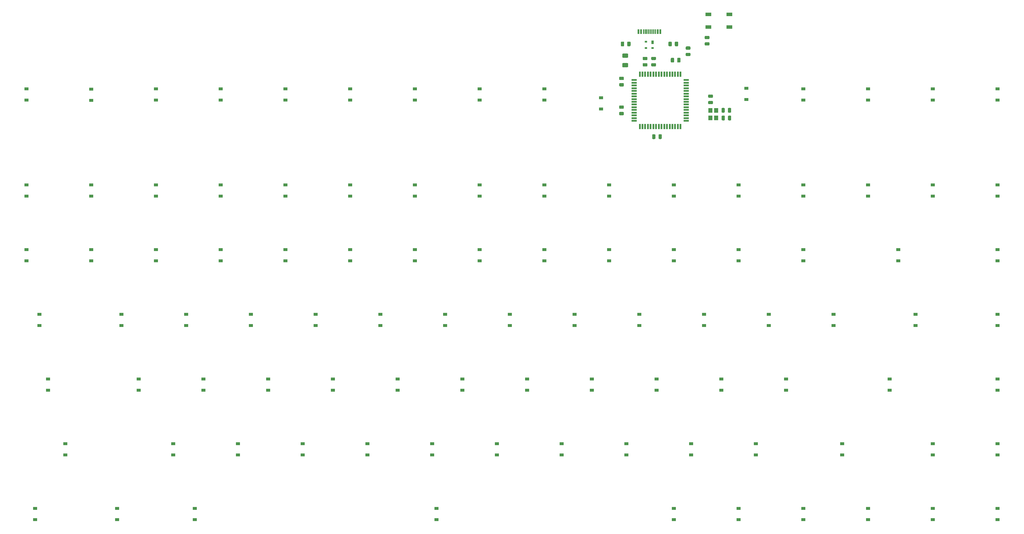
<source format=gbp>
G04 #@! TF.GenerationSoftware,KiCad,Pcbnew,(5.1.9-0-10_14)*
G04 #@! TF.CreationDate,2021-04-15T17:38:18+09:00*
G04 #@! TF.ProjectId,JupiterAdvanced,4a757069-7465-4724-9164-76616e636564,1*
G04 #@! TF.SameCoordinates,Original*
G04 #@! TF.FileFunction,Paste,Bot*
G04 #@! TF.FilePolarity,Positive*
%FSLAX46Y46*%
G04 Gerber Fmt 4.6, Leading zero omitted, Abs format (unit mm)*
G04 Created by KiCad (PCBNEW (5.1.9-0-10_14)) date 2021-04-15 17:38:18*
%MOMM*%
%LPD*%
G01*
G04 APERTURE LIST*
%ADD10R,1.200000X1.400000*%
%ADD11R,0.600000X1.450000*%
%ADD12R,0.300000X1.450000*%
%ADD13R,1.500000X0.550000*%
%ADD14R,0.550000X1.500000*%
%ADD15R,0.700000X0.600000*%
%ADD16R,0.700000X1.000000*%
%ADD17R,1.800000X1.100000*%
%ADD18R,1.200000X0.900000*%
G04 APERTURE END LIST*
G36*
G01*
X261753670Y-98633580D02*
X260841170Y-98633580D01*
G75*
G02*
X260597420Y-98389830I0J243750D01*
G01*
X260597420Y-97902330D01*
G75*
G02*
X260841170Y-97658580I243750J0D01*
G01*
X261753670Y-97658580D01*
G75*
G02*
X261997420Y-97902330I0J-243750D01*
G01*
X261997420Y-98389830D01*
G75*
G02*
X261753670Y-98633580I-243750J0D01*
G01*
G37*
G36*
G01*
X261753670Y-96758580D02*
X260841170Y-96758580D01*
G75*
G02*
X260597420Y-96514830I0J243750D01*
G01*
X260597420Y-96027330D01*
G75*
G02*
X260841170Y-95783580I243750J0D01*
G01*
X261753670Y-95783580D01*
G75*
G02*
X261997420Y-96027330I0J-243750D01*
G01*
X261997420Y-96514830D01*
G75*
G02*
X261753670Y-96758580I-243750J0D01*
G01*
G37*
G36*
G01*
X264273350Y-98633580D02*
X263360850Y-98633580D01*
G75*
G02*
X263117100Y-98389830I0J243750D01*
G01*
X263117100Y-97902330D01*
G75*
G02*
X263360850Y-97658580I243750J0D01*
G01*
X264273350Y-97658580D01*
G75*
G02*
X264517100Y-97902330I0J-243750D01*
G01*
X264517100Y-98389830D01*
G75*
G02*
X264273350Y-98633580I-243750J0D01*
G01*
G37*
G36*
G01*
X264273350Y-96758580D02*
X263360850Y-96758580D01*
G75*
G02*
X263117100Y-96514830I0J243750D01*
G01*
X263117100Y-96027330D01*
G75*
G02*
X263360850Y-95783580I243750J0D01*
G01*
X264273350Y-95783580D01*
G75*
G02*
X264517100Y-96027330I0J-243750D01*
G01*
X264517100Y-96514830D01*
G75*
G02*
X264273350Y-96758580I-243750J0D01*
G01*
G37*
D10*
X282199100Y-113759520D03*
X282199100Y-111559520D03*
X280499100Y-111559520D03*
X280499100Y-113759520D03*
D11*
X265825240Y-88390980D03*
X259375240Y-88390980D03*
X265050240Y-88390980D03*
X260150240Y-88390980D03*
D12*
X260850240Y-88390980D03*
X264350240Y-88390980D03*
X261350240Y-88390980D03*
X263850240Y-88390980D03*
X261850240Y-88390980D03*
X263350240Y-88390980D03*
X262850240Y-88390980D03*
X262350240Y-88390980D03*
D13*
X258045320Y-102631820D03*
X258045320Y-103431820D03*
X258045320Y-104231820D03*
X258045320Y-105031820D03*
X258045320Y-105831820D03*
X258045320Y-106631820D03*
X258045320Y-107431820D03*
X258045320Y-108231820D03*
X258045320Y-109031820D03*
X258045320Y-109831820D03*
X258045320Y-110631820D03*
X258045320Y-111431820D03*
X258045320Y-112231820D03*
X258045320Y-113031820D03*
X258045320Y-113831820D03*
X258045320Y-114631820D03*
D14*
X259745320Y-116331820D03*
X260545320Y-116331820D03*
X261345320Y-116331820D03*
X262145320Y-116331820D03*
X262945320Y-116331820D03*
X263745320Y-116331820D03*
X264545320Y-116331820D03*
X265345320Y-116331820D03*
X266145320Y-116331820D03*
X266945320Y-116331820D03*
X267745320Y-116331820D03*
X268545320Y-116331820D03*
X269345320Y-116331820D03*
X270145320Y-116331820D03*
X270945320Y-116331820D03*
X271745320Y-116331820D03*
D13*
X273445320Y-114631820D03*
X273445320Y-113831820D03*
X273445320Y-113031820D03*
X273445320Y-112231820D03*
X273445320Y-111431820D03*
X273445320Y-110631820D03*
X273445320Y-109831820D03*
X273445320Y-109031820D03*
X273445320Y-108231820D03*
X273445320Y-107431820D03*
X273445320Y-106631820D03*
X273445320Y-105831820D03*
X273445320Y-105031820D03*
X273445320Y-104231820D03*
X273445320Y-103431820D03*
X273445320Y-102631820D03*
D14*
X271745320Y-100931820D03*
X270945320Y-100931820D03*
X270145320Y-100931820D03*
X269345320Y-100931820D03*
X268545320Y-100931820D03*
X267745320Y-100931820D03*
X266945320Y-100931820D03*
X266145320Y-100931820D03*
X265345320Y-100931820D03*
X264545320Y-100931820D03*
X263745320Y-100931820D03*
X262945320Y-100931820D03*
X262145320Y-100931820D03*
X261345320Y-100931820D03*
X260545320Y-100931820D03*
X259745320Y-100931820D03*
D15*
X261531860Y-93205340D03*
X263531860Y-93205340D03*
X261531860Y-91305340D03*
D16*
X263531860Y-91505340D03*
D17*
X286101720Y-87023820D03*
X279901720Y-83323820D03*
X286101720Y-83323820D03*
X279901720Y-87023820D03*
G36*
G01*
X279103770Y-91493520D02*
X280016270Y-91493520D01*
G75*
G02*
X280260020Y-91737270I0J-243750D01*
G01*
X280260020Y-92224770D01*
G75*
G02*
X280016270Y-92468520I-243750J0D01*
G01*
X279103770Y-92468520D01*
G75*
G02*
X278860020Y-92224770I0J243750D01*
G01*
X278860020Y-91737270D01*
G75*
G02*
X279103770Y-91493520I243750J0D01*
G01*
G37*
G36*
G01*
X279103770Y-89618520D02*
X280016270Y-89618520D01*
G75*
G02*
X280260020Y-89862270I0J-243750D01*
G01*
X280260020Y-90349770D01*
G75*
G02*
X280016270Y-90593520I-243750J0D01*
G01*
X279103770Y-90593520D01*
G75*
G02*
X278860020Y-90349770I0J243750D01*
G01*
X278860020Y-89862270D01*
G75*
G02*
X279103770Y-89618520I243750J0D01*
G01*
G37*
G36*
G01*
X265263020Y-119754970D02*
X265263020Y-118842470D01*
G75*
G02*
X265506770Y-118598720I243750J0D01*
G01*
X265994270Y-118598720D01*
G75*
G02*
X266238020Y-118842470I0J-243750D01*
G01*
X266238020Y-119754970D01*
G75*
G02*
X265994270Y-119998720I-243750J0D01*
G01*
X265506770Y-119998720D01*
G75*
G02*
X265263020Y-119754970I0J243750D01*
G01*
G37*
G36*
G01*
X263388020Y-119754970D02*
X263388020Y-118842470D01*
G75*
G02*
X263631770Y-118598720I243750J0D01*
G01*
X264119270Y-118598720D01*
G75*
G02*
X264363020Y-118842470I0J-243750D01*
G01*
X264363020Y-119754970D01*
G75*
G02*
X264119270Y-119998720I-243750J0D01*
G01*
X263631770Y-119998720D01*
G75*
G02*
X263388020Y-119754970I0J243750D01*
G01*
G37*
G36*
G01*
X255160120Y-91550170D02*
X255160120Y-92462670D01*
G75*
G02*
X254916370Y-92706420I-243750J0D01*
G01*
X254428870Y-92706420D01*
G75*
G02*
X254185120Y-92462670I0J243750D01*
G01*
X254185120Y-91550170D01*
G75*
G02*
X254428870Y-91306420I243750J0D01*
G01*
X254916370Y-91306420D01*
G75*
G02*
X255160120Y-91550170I0J-243750D01*
G01*
G37*
G36*
G01*
X257035120Y-91550170D02*
X257035120Y-92462670D01*
G75*
G02*
X256791370Y-92706420I-243750J0D01*
G01*
X256303870Y-92706420D01*
G75*
G02*
X256060120Y-92462670I0J243750D01*
G01*
X256060120Y-91550170D01*
G75*
G02*
X256303870Y-91306420I243750J0D01*
G01*
X256791370Y-91306420D01*
G75*
G02*
X257035120Y-91550170I0J-243750D01*
G01*
G37*
G36*
G01*
X270063620Y-92462670D02*
X270063620Y-91550170D01*
G75*
G02*
X270307370Y-91306420I243750J0D01*
G01*
X270794870Y-91306420D01*
G75*
G02*
X271038620Y-91550170I0J-243750D01*
G01*
X271038620Y-92462670D01*
G75*
G02*
X270794870Y-92706420I-243750J0D01*
G01*
X270307370Y-92706420D01*
G75*
G02*
X270063620Y-92462670I0J243750D01*
G01*
G37*
G36*
G01*
X268188620Y-92462670D02*
X268188620Y-91550170D01*
G75*
G02*
X268432370Y-91306420I243750J0D01*
G01*
X268919870Y-91306420D01*
G75*
G02*
X269163620Y-91550170I0J-243750D01*
G01*
X269163620Y-92462670D01*
G75*
G02*
X268919870Y-92706420I-243750J0D01*
G01*
X268432370Y-92706420D01*
G75*
G02*
X268188620Y-92462670I0J243750D01*
G01*
G37*
G36*
G01*
X256080420Y-96070120D02*
X254830420Y-96070120D01*
G75*
G02*
X254580420Y-95820120I0J250000D01*
G01*
X254580420Y-95070120D01*
G75*
G02*
X254830420Y-94820120I250000J0D01*
G01*
X256080420Y-94820120D01*
G75*
G02*
X256330420Y-95070120I0J-250000D01*
G01*
X256330420Y-95820120D01*
G75*
G02*
X256080420Y-96070120I-250000J0D01*
G01*
G37*
G36*
G01*
X256080420Y-98870120D02*
X254830420Y-98870120D01*
G75*
G02*
X254580420Y-98620120I0J250000D01*
G01*
X254580420Y-97870120D01*
G75*
G02*
X254830420Y-97620120I250000J0D01*
G01*
X256080420Y-97620120D01*
G75*
G02*
X256330420Y-97870120I0J-250000D01*
G01*
X256330420Y-98620120D01*
G75*
G02*
X256080420Y-98870120I-250000J0D01*
G01*
G37*
D18*
X365007120Y-228791620D03*
X365007120Y-232091620D03*
X365007120Y-209741620D03*
X365007120Y-213041620D03*
X365007120Y-190691620D03*
X365007120Y-193991620D03*
X365007120Y-171641620D03*
X365007120Y-174941620D03*
X365007120Y-152591620D03*
X365007120Y-155891620D03*
X365007120Y-133541620D03*
X365007120Y-136841620D03*
X365032520Y-105244820D03*
X365032520Y-108544820D03*
X345957120Y-228791620D03*
X345957120Y-232091620D03*
X345957120Y-209741620D03*
X345957120Y-213041620D03*
X340877120Y-171641620D03*
X340877120Y-174941620D03*
X335797120Y-152591620D03*
X335797120Y-155891620D03*
X345957120Y-133541620D03*
X345957120Y-136841620D03*
X345982520Y-105244820D03*
X345982520Y-108544820D03*
X326907120Y-228791620D03*
X326907120Y-232091620D03*
X319287120Y-209741620D03*
X319287120Y-213041620D03*
X333257120Y-190691620D03*
X333257120Y-193991620D03*
X316747120Y-171641620D03*
X316747120Y-174941620D03*
X326907120Y-133541620D03*
X326907120Y-136841620D03*
X326932520Y-105244820D03*
X326932520Y-108544820D03*
X307857120Y-228791620D03*
X307857120Y-232091620D03*
X302777120Y-190691620D03*
X302777120Y-193991620D03*
X297697120Y-171641620D03*
X297697120Y-174941620D03*
X307857120Y-152591620D03*
X307857120Y-155891620D03*
X307857120Y-133541620D03*
X307857120Y-136841620D03*
X307882520Y-105244820D03*
X307882520Y-108544820D03*
X288807120Y-228791620D03*
X288807120Y-232091620D03*
X293887120Y-209741620D03*
X293887120Y-213041620D03*
X283727120Y-190691620D03*
X283727120Y-193991620D03*
X278647120Y-171641620D03*
X278647120Y-174941620D03*
X288807120Y-152591620D03*
X288807120Y-155891620D03*
X288807120Y-133541620D03*
X288807120Y-136841620D03*
X291085020Y-105063020D03*
X291085020Y-108363020D03*
X269757120Y-228791620D03*
X269757120Y-232091620D03*
X274837120Y-209741620D03*
X274837120Y-213041620D03*
X264677120Y-190691620D03*
X264677120Y-193991620D03*
X259597120Y-171641620D03*
X259597120Y-174941620D03*
X269757120Y-152591620D03*
X269757120Y-155891620D03*
X269757120Y-133541620D03*
X269757120Y-136841620D03*
X255787120Y-209741620D03*
X255787120Y-213041620D03*
X245627120Y-190691620D03*
X245627120Y-193991620D03*
X240547120Y-171641620D03*
X240547120Y-174941620D03*
X250707120Y-152591620D03*
X250707120Y-155891620D03*
X250707120Y-133541620D03*
X250707120Y-136841620D03*
X248330720Y-107847860D03*
X248330720Y-111147860D03*
X236737120Y-209741620D03*
X236737120Y-213041620D03*
X226577120Y-190691620D03*
X226577120Y-193991620D03*
X221497120Y-171641620D03*
X221497120Y-174941620D03*
X231657120Y-152591620D03*
X231657120Y-155891620D03*
X231657120Y-133541620D03*
X231657120Y-136841620D03*
X231682520Y-105244820D03*
X231682520Y-108544820D03*
X217687120Y-209741620D03*
X217687120Y-213041620D03*
X207527120Y-190691620D03*
X207527120Y-193991620D03*
X202447120Y-171641620D03*
X202447120Y-174941620D03*
X212607120Y-152591620D03*
X212607120Y-155891620D03*
X212607120Y-133541620D03*
X212607120Y-136841620D03*
X212632520Y-105244820D03*
X212632520Y-108544820D03*
X199907120Y-228791620D03*
X199907120Y-232091620D03*
X198637120Y-209741620D03*
X198637120Y-213041620D03*
X188477120Y-190691620D03*
X188477120Y-193991620D03*
X183397120Y-171641620D03*
X183397120Y-174941620D03*
X193557120Y-152591620D03*
X193557120Y-155891620D03*
X193557120Y-133541620D03*
X193557120Y-136841620D03*
X193582520Y-105244820D03*
X193582520Y-108544820D03*
X179587120Y-209741620D03*
X179587120Y-213041620D03*
X169427120Y-190691620D03*
X169427120Y-193991620D03*
X164347120Y-171641620D03*
X164347120Y-174941620D03*
X174507120Y-152591620D03*
X174507120Y-155891620D03*
X174507120Y-133541620D03*
X174507120Y-136841620D03*
X174532520Y-105244820D03*
X174532520Y-108544820D03*
X160537120Y-209741620D03*
X160537120Y-213041620D03*
X150377120Y-190691620D03*
X150377120Y-193991620D03*
X145297120Y-171641620D03*
X145297120Y-174941620D03*
X155457120Y-152591620D03*
X155457120Y-155891620D03*
X155457120Y-133541620D03*
X155457120Y-136841620D03*
X155482520Y-105244820D03*
X155482520Y-108544820D03*
X128787120Y-228791620D03*
X128787120Y-232091620D03*
X141487120Y-209741620D03*
X141487120Y-213041620D03*
X131327120Y-190691620D03*
X131327120Y-193991620D03*
X126247120Y-171641620D03*
X126247120Y-174941620D03*
X136407120Y-152591620D03*
X136407120Y-155891620D03*
X136407120Y-133541620D03*
X136407120Y-136841620D03*
X136432520Y-105244820D03*
X136432520Y-108544820D03*
X122437120Y-209741620D03*
X122437120Y-213041620D03*
X112277120Y-190691620D03*
X112277120Y-193991620D03*
X107197120Y-171641620D03*
X107197120Y-174941620D03*
X117357120Y-152591620D03*
X117357120Y-155891620D03*
X117357120Y-133541620D03*
X117357120Y-136841620D03*
X117382520Y-105244820D03*
X117382520Y-108544820D03*
X105927120Y-228791620D03*
X105927120Y-232091620D03*
X90687120Y-209741620D03*
X90687120Y-213041620D03*
X98307120Y-152591620D03*
X98307120Y-155891620D03*
X98307120Y-133541620D03*
X98307120Y-136841620D03*
X98281720Y-105270220D03*
X98281720Y-108570220D03*
X81797120Y-228791620D03*
X81797120Y-232091620D03*
X85607120Y-190691620D03*
X85607120Y-193991620D03*
X83067120Y-171641620D03*
X83067120Y-174941620D03*
X79257120Y-152591620D03*
X79257120Y-155891620D03*
X79257120Y-133541620D03*
X79257120Y-136841620D03*
X79282520Y-105244820D03*
X79282520Y-108544820D03*
G36*
G01*
X273503070Y-94605020D02*
X274415570Y-94605020D01*
G75*
G02*
X274659320Y-94848770I0J-243750D01*
G01*
X274659320Y-95336270D01*
G75*
G02*
X274415570Y-95580020I-243750J0D01*
G01*
X273503070Y-95580020D01*
G75*
G02*
X273259320Y-95336270I0J243750D01*
G01*
X273259320Y-94848770D01*
G75*
G02*
X273503070Y-94605020I243750J0D01*
G01*
G37*
G36*
G01*
X273503070Y-92730020D02*
X274415570Y-92730020D01*
G75*
G02*
X274659320Y-92973770I0J-243750D01*
G01*
X274659320Y-93461270D01*
G75*
G02*
X274415570Y-93705020I-243750J0D01*
G01*
X273503070Y-93705020D01*
G75*
G02*
X273259320Y-93461270I0J243750D01*
G01*
X273259320Y-92973770D01*
G75*
G02*
X273503070Y-92730020I243750J0D01*
G01*
G37*
G36*
G01*
X285661520Y-111982570D02*
X285661520Y-111070070D01*
G75*
G02*
X285905270Y-110826320I243750J0D01*
G01*
X286392770Y-110826320D01*
G75*
G02*
X286636520Y-111070070I0J-243750D01*
G01*
X286636520Y-111982570D01*
G75*
G02*
X286392770Y-112226320I-243750J0D01*
G01*
X285905270Y-112226320D01*
G75*
G02*
X285661520Y-111982570I0J243750D01*
G01*
G37*
G36*
G01*
X283786520Y-111982570D02*
X283786520Y-111070070D01*
G75*
G02*
X284030270Y-110826320I243750J0D01*
G01*
X284517770Y-110826320D01*
G75*
G02*
X284761520Y-111070070I0J-243750D01*
G01*
X284761520Y-111982570D01*
G75*
G02*
X284517770Y-112226320I-243750J0D01*
G01*
X284030270Y-112226320D01*
G75*
G02*
X283786520Y-111982570I0J243750D01*
G01*
G37*
G36*
G01*
X285686920Y-114255870D02*
X285686920Y-113343370D01*
G75*
G02*
X285930670Y-113099620I243750J0D01*
G01*
X286418170Y-113099620D01*
G75*
G02*
X286661920Y-113343370I0J-243750D01*
G01*
X286661920Y-114255870D01*
G75*
G02*
X286418170Y-114499620I-243750J0D01*
G01*
X285930670Y-114499620D01*
G75*
G02*
X285686920Y-114255870I0J243750D01*
G01*
G37*
G36*
G01*
X283811920Y-114255870D02*
X283811920Y-113343370D01*
G75*
G02*
X284055670Y-113099620I243750J0D01*
G01*
X284543170Y-113099620D01*
G75*
G02*
X284786920Y-113343370I0J-243750D01*
G01*
X284786920Y-114255870D01*
G75*
G02*
X284543170Y-114499620I-243750J0D01*
G01*
X284055670Y-114499620D01*
G75*
G02*
X283811920Y-114255870I0J243750D01*
G01*
G37*
G36*
G01*
X253919670Y-103533120D02*
X254832170Y-103533120D01*
G75*
G02*
X255075920Y-103776870I0J-243750D01*
G01*
X255075920Y-104264370D01*
G75*
G02*
X254832170Y-104508120I-243750J0D01*
G01*
X253919670Y-104508120D01*
G75*
G02*
X253675920Y-104264370I0J243750D01*
G01*
X253675920Y-103776870D01*
G75*
G02*
X253919670Y-103533120I243750J0D01*
G01*
G37*
G36*
G01*
X253919670Y-101658120D02*
X254832170Y-101658120D01*
G75*
G02*
X255075920Y-101901870I0J-243750D01*
G01*
X255075920Y-102389370D01*
G75*
G02*
X254832170Y-102633120I-243750J0D01*
G01*
X253919670Y-102633120D01*
G75*
G02*
X253675920Y-102389370I0J243750D01*
G01*
X253675920Y-101901870D01*
G75*
G02*
X253919670Y-101658120I243750J0D01*
G01*
G37*
G36*
G01*
X270751720Y-97225170D02*
X270751720Y-96312670D01*
G75*
G02*
X270995470Y-96068920I243750J0D01*
G01*
X271482970Y-96068920D01*
G75*
G02*
X271726720Y-96312670I0J-243750D01*
G01*
X271726720Y-97225170D01*
G75*
G02*
X271482970Y-97468920I-243750J0D01*
G01*
X270995470Y-97468920D01*
G75*
G02*
X270751720Y-97225170I0J243750D01*
G01*
G37*
G36*
G01*
X268876720Y-97225170D02*
X268876720Y-96312670D01*
G75*
G02*
X269120470Y-96068920I243750J0D01*
G01*
X269607970Y-96068920D01*
G75*
G02*
X269851720Y-96312670I0J-243750D01*
G01*
X269851720Y-97225170D01*
G75*
G02*
X269607970Y-97468920I-243750J0D01*
G01*
X269120470Y-97468920D01*
G75*
G02*
X268876720Y-97225170I0J243750D01*
G01*
G37*
G36*
G01*
X280119770Y-108763220D02*
X281032270Y-108763220D01*
G75*
G02*
X281276020Y-109006970I0J-243750D01*
G01*
X281276020Y-109494470D01*
G75*
G02*
X281032270Y-109738220I-243750J0D01*
G01*
X280119770Y-109738220D01*
G75*
G02*
X279876020Y-109494470I0J243750D01*
G01*
X279876020Y-109006970D01*
G75*
G02*
X280119770Y-108763220I243750J0D01*
G01*
G37*
G36*
G01*
X280119770Y-106888220D02*
X281032270Y-106888220D01*
G75*
G02*
X281276020Y-107131970I0J-243750D01*
G01*
X281276020Y-107619470D01*
G75*
G02*
X281032270Y-107863220I-243750J0D01*
G01*
X280119770Y-107863220D01*
G75*
G02*
X279876020Y-107619470I0J243750D01*
G01*
X279876020Y-107131970D01*
G75*
G02*
X280119770Y-106888220I243750J0D01*
G01*
G37*
G36*
G01*
X254819470Y-111099420D02*
X253906970Y-111099420D01*
G75*
G02*
X253663220Y-110855670I0J243750D01*
G01*
X253663220Y-110368170D01*
G75*
G02*
X253906970Y-110124420I243750J0D01*
G01*
X254819470Y-110124420D01*
G75*
G02*
X255063220Y-110368170I0J-243750D01*
G01*
X255063220Y-110855670D01*
G75*
G02*
X254819470Y-111099420I-243750J0D01*
G01*
G37*
G36*
G01*
X254819470Y-112974420D02*
X253906970Y-112974420D01*
G75*
G02*
X253663220Y-112730670I0J243750D01*
G01*
X253663220Y-112243170D01*
G75*
G02*
X253906970Y-111999420I243750J0D01*
G01*
X254819470Y-111999420D01*
G75*
G02*
X255063220Y-112243170I0J-243750D01*
G01*
X255063220Y-112730670D01*
G75*
G02*
X254819470Y-112974420I-243750J0D01*
G01*
G37*
M02*

</source>
